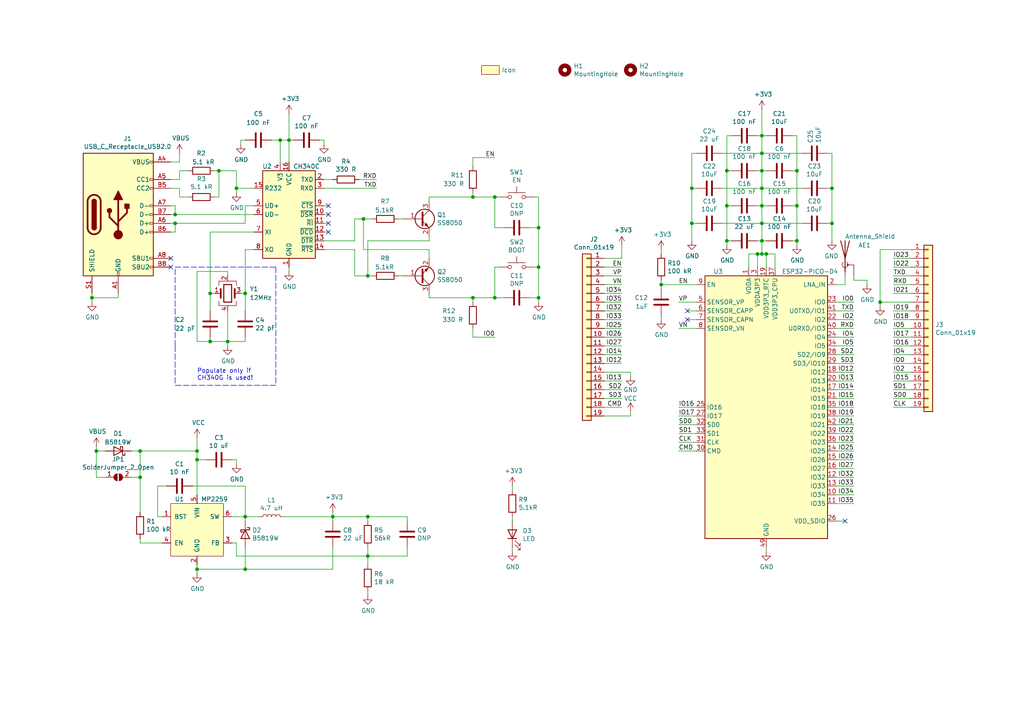
<source format=kicad_sch>
(kicad_sch (version 20211123) (generator eeschema)
  (paper "A4")
  (title_block (title "ESP32 DevKit Type C") (date "2022-03-13") (rev "F"))
  (junction (at 60.96 99.06))
  (junction (at 137.16 57.15))
  (junction (at 57.15 130.81))
  (junction (at 71.12 149.86))
  (junction (at 200.66 64.77))
  (junction (at 57.15 165.1))
  (junction (at 220.98 44.45))
  (junction (at 191.77 82.55))
  (junction (at 220.98 54.61))
  (junction (at 66.04 99.06))
  (junction (at 220.98 69.85))
  (junction (at 156.21 86.36))
  (junction (at 210.82 69.85))
  (junction (at 50.8 64.77))
  (junction (at 106.68 80.01))
  (junction (at 106.68 149.86))
  (junction (at 231.14 49.53))
  (junction (at 27.94 130.81))
  (junction (at 210.82 49.53))
  (junction (at 200.66 54.61))
  (junction (at 81.28 40.64))
  (junction (at 222.25 73.66))
  (junction (at 106.68 161.29))
  (junction (at 156.21 66.04))
  (junction (at 241.3 54.61))
  (junction (at 241.3 64.77))
  (junction (at 137.16 86.36))
  (junction (at 219.71 73.66))
  (junction (at 156.21 77.47))
  (junction (at 220.98 64.77))
  (junction (at 50.8 62.23))
  (junction (at 105.41 63.5))
  (junction (at 220.98 39.37))
  (junction (at 96.52 149.86))
  (junction (at 231.14 59.69))
  (junction (at 210.82 59.69))
  (junction (at 71.12 85.09))
  (junction (at 220.98 49.53))
  (junction (at 255.27 87.63))
  (junction (at 220.98 59.69))
  (junction (at 57.15 133.35))
  (junction (at 143.51 57.15))
  (junction (at 220.98 73.66))
  (junction (at 60.96 85.09))
  (junction (at 40.64 130.81))
  (junction (at 68.58 54.61))
  (junction (at 26.67 86.36))
  (junction (at 143.51 86.36))
  (junction (at 83.82 40.64))
  (junction (at 63.5 49.53))
  (junction (at 231.14 69.85))
  (junction (at 71.12 165.1))
  (junction (at 40.64 138.43))
  (no_connect (at 49.53 77.47))
  (no_connect (at 49.53 74.93))
  (no_connect (at 95.25 59.69))
  (no_connect (at 245.11 151.13))
  (no_connect (at 95.25 64.77))
  (no_connect (at 95.25 67.31))
  (no_connect (at 95.25 62.23))
  (no_connect (at 199.39 92.71))
  (no_connect (at 199.39 90.17))
  (wire (pts (xy 96.52 165.1) (xy 96.52 158.75)))
  (wire (pts (xy 93.98 54.61) (xy 109.22 54.61)))
  (wire (pts (xy 156.21 57.15) (xy 156.21 66.04)))
  (wire (pts (xy 242.57 140.97) (xy 247.65 140.97)))
  (wire (pts (xy 251.46 81.28) (xy 247.65 81.28)))
  (wire (pts (xy 137.16 97.79) (xy 143.51 97.79)))
  (wire (pts (xy 264.16 85.09) (xy 259.08 85.09)))
  (wire (pts (xy 106.68 149.86) (xy 106.68 151.13)))
  (wire (pts (xy 57.15 78.74) (xy 57.15 99.06)))
  (wire (pts (xy 264.16 110.49) (xy 259.08 110.49)))
  (wire (pts (xy 264.16 97.79) (xy 259.08 97.79)))
  (wire (pts (xy 200.66 64.77) (xy 200.66 54.61)))
  (wire (pts (xy 156.21 77.47) (xy 156.21 86.36)))
  (wire (pts (xy 73.66 54.61) (xy 68.58 54.61)))
  (wire (pts (xy 71.12 165.1) (xy 96.52 165.1)))
  (wire (pts (xy 180.34 90.17) (xy 175.26 90.17)))
  (wire (pts (xy 57.15 130.81) (xy 57.15 133.35)))
  (wire (pts (xy 106.68 172.72) (xy 106.68 171.45)))
  (wire (pts (xy 180.34 105.41) (xy 175.26 105.41)))
  (wire (pts (xy 180.34 97.79) (xy 175.26 97.79)))
  (wire (pts (xy 27.94 129.54) (xy 27.94 130.81)))
  (wire (pts (xy 106.68 161.29) (xy 106.68 158.75)))
  (wire (pts (xy 220.98 44.45) (xy 232.41 44.45)))
  (wire (pts (xy 242.57 113.03) (xy 247.65 113.03)))
  (wire (pts (xy 57.15 133.35) (xy 57.15 143.51)))
  (wire (pts (xy 66.04 99.06) (xy 71.12 99.06)))
  (wire (pts (xy 40.64 138.43) (xy 40.64 130.81)))
  (wire (pts (xy 247.65 81.28) (xy 247.65 80.01)))
  (wire (pts (xy 217.17 73.66) (xy 219.71 73.66)))
  (wire (pts (xy 264.16 82.55) (xy 259.08 82.55)))
  (wire (pts (xy 182.88 119.38) (xy 182.88 120.65)))
  (wire (pts (xy 71.12 140.97) (xy 71.12 149.86)))
  (wire (pts (xy 242.57 133.35) (xy 247.65 133.35)))
  (wire (pts (xy 175.26 82.55) (xy 180.34 82.55)))
  (wire (pts (xy 241.3 54.61) (xy 241.3 44.45)))
  (wire (pts (xy 124.46 86.36) (xy 137.16 86.36)))
  (wire (pts (xy 83.82 78.74) (xy 83.82 77.47)))
  (wire (pts (xy 231.14 49.53) (xy 229.87 49.53)))
  (wire (pts (xy 196.85 87.63) (xy 201.93 87.63)))
  (wire (pts (xy 71.12 165.1) (xy 71.12 158.75)))
  (wire (pts (xy 40.64 130.81) (xy 57.15 130.81)))
  (wire (pts (xy 71.12 72.39) (xy 71.12 85.09)))
  (wire (pts (xy 49.53 64.77) (xy 50.8 64.77)))
  (wire (pts (xy 106.68 69.85) (xy 106.68 80.01)))
  (wire (pts (xy 116.84 63.5) (xy 115.57 63.5)))
  (wire (pts (xy 45.72 140.97) (xy 45.72 149.86)))
  (wire (pts (xy 241.3 64.77) (xy 241.3 54.61)))
  (wire (pts (xy 264.16 92.71) (xy 259.08 92.71)))
  (wire (pts (xy 242.57 102.87) (xy 247.65 102.87)))
  (wire (pts (xy 219.71 39.37) (xy 220.98 39.37)))
  (wire (pts (xy 60.96 85.09) (xy 62.23 85.09)))
  (wire (pts (xy 67.31 157.48) (xy 68.58 157.48)))
  (wire (pts (xy 222.25 77.47) (xy 222.25 73.66)))
  (wire (pts (xy 69.85 40.64) (xy 69.85 41.91)))
  (wire (pts (xy 231.14 69.85) (xy 231.14 71.12)))
  (wire (pts (xy 231.14 39.37) (xy 229.87 39.37)))
  (wire (pts (xy 264.16 107.95) (xy 259.08 107.95)))
  (wire (pts (xy 180.34 113.03) (xy 175.26 113.03)))
  (wire (pts (xy 264.16 72.39) (xy 255.27 72.39)))
  (wire (pts (xy 52.07 46.99) (xy 49.53 46.99)))
  (wire (pts (xy 242.57 123.19) (xy 247.65 123.19)))
  (wire (pts (xy 212.09 59.69) (xy 210.82 59.69)))
  (wire (pts (xy 71.12 99.06) (xy 71.12 97.79)))
  (wire (pts (xy 242.57 128.27) (xy 247.65 128.27)))
  (wire (pts (xy 124.46 85.09) (xy 124.46 86.36)))
  (wire (pts (xy 231.14 39.37) (xy 231.14 49.53)))
  (wire (pts (xy 180.34 100.33) (xy 175.26 100.33)))
  (wire (pts (xy 115.57 80.01) (xy 116.84 80.01)))
  (wire (pts (xy 57.15 165.1) (xy 57.15 163.83)))
  (wire (pts (xy 242.57 92.71) (xy 247.65 92.71)))
  (wire (pts (xy 220.98 64.77) (xy 209.55 64.77)))
  (wire (pts (xy 212.09 39.37) (xy 210.82 39.37)))
  (wire (pts (xy 219.71 77.47) (xy 219.71 73.66)))
  (wire (pts (xy 242.57 110.49) (xy 247.65 110.49)))
  (wire (pts (xy 220.98 59.69) (xy 222.25 59.69)))
  (wire (pts (xy 242.57 115.57) (xy 247.65 115.57)))
  (wire (pts (xy 180.34 95.25) (xy 175.26 95.25)))
  (wire (pts (xy 148.59 160.02) (xy 148.59 158.75)))
  (wire (pts (xy 220.98 73.66) (xy 222.25 73.66)))
  (wire (pts (xy 212.09 49.53) (xy 210.82 49.53)))
  (wire (pts (xy 220.98 54.61) (xy 209.55 54.61)))
  (wire (pts (xy 96.52 149.86) (xy 106.68 149.86)))
  (wire (pts (xy 210.82 59.69) (xy 210.82 69.85)))
  (wire (pts (xy 102.87 72.39) (xy 102.87 80.01)))
  (wire (pts (xy 144.78 57.15) (xy 143.51 57.15)))
  (wire (pts (xy 175.26 77.47) (xy 180.34 77.47)))
  (wire (pts (xy 45.72 149.86) (xy 46.99 149.86)))
  (wire (pts (xy 66.04 80.01) (xy 66.04 78.74)))
  (polyline (pts (xy 80.01 77.47) (xy 80.01 111.76)))
  (wire (pts (xy 200.66 54.61) (xy 200.66 44.45)))
  (wire (pts (xy 200.66 69.85) (xy 200.66 64.77)))
  (wire (pts (xy 264.16 87.63) (xy 255.27 87.63)))
  (wire (pts (xy 71.12 40.64) (xy 69.85 40.64)))
  (wire (pts (xy 210.82 71.12) (xy 210.82 69.85)))
  (wire (pts (xy 96.52 148.59) (xy 96.52 149.86)))
  (wire (pts (xy 57.15 165.1) (xy 71.12 165.1)))
  (polyline (pts (xy 50.8 77.47) (xy 80.01 77.47)))
  (wire (pts (xy 259.08 74.93) (xy 264.16 74.93)))
  (wire (pts (xy 49.53 59.69) (xy 50.8 59.69)))
  (wire (pts (xy 264.16 80.01) (xy 259.08 80.01)))
  (wire (pts (xy 217.17 77.47) (xy 217.17 73.66)))
  (wire (pts (xy 50.8 64.77) (xy 50.8 67.31)))
  (wire (pts (xy 220.98 44.45) (xy 209.55 44.45)))
  (wire (pts (xy 196.85 118.11) (xy 201.93 118.11)))
  (wire (pts (xy 240.03 54.61) (xy 241.3 54.61)))
  (wire (pts (xy 50.8 59.69) (xy 50.8 62.23)))
  (wire (pts (xy 57.15 127) (xy 57.15 130.81)))
  (wire (pts (xy 52.07 52.07) (xy 52.07 49.53)))
  (wire (pts (xy 49.53 54.61) (xy 52.07 54.61)))
  (wire (pts (xy 247.65 90.17) (xy 242.57 90.17)))
  (wire (pts (xy 180.34 85.09) (xy 175.26 85.09)))
  (wire (pts (xy 102.87 63.5) (xy 105.41 63.5)))
  (wire (pts (xy 241.3 44.45) (xy 240.03 44.45)))
  (wire (pts (xy 191.77 92.71) (xy 191.77 91.44)))
  (wire (pts (xy 82.55 149.86) (xy 96.52 149.86)))
  (wire (pts (xy 118.11 161.29) (xy 118.11 158.75)))
  (wire (pts (xy 200.66 44.45) (xy 201.93 44.45)))
  (wire (pts (xy 180.34 110.49) (xy 175.26 110.49)))
  (wire (pts (xy 175.26 107.95) (xy 182.88 107.95)))
  (wire (pts (xy 242.57 125.73) (xy 247.65 125.73)))
  (wire (pts (xy 182.88 109.22) (xy 182.88 107.95)))
  (wire (pts (xy 242.57 143.51) (xy 247.65 143.51)))
  (wire (pts (xy 219.71 49.53) (xy 220.98 49.53)))
  (wire (pts (xy 210.82 49.53) (xy 210.82 59.69)))
  (wire (pts (xy 52.07 57.15) (xy 54.61 57.15)))
  (wire (pts (xy 102.87 63.5) (xy 102.87 69.85)))
  (wire (pts (xy 264.16 105.41) (xy 259.08 105.41)))
  (wire (pts (xy 68.58 54.61) (xy 68.58 49.53)))
  (wire (pts (xy 137.16 57.15) (xy 143.51 57.15)))
  (wire (pts (xy 124.46 58.42) (xy 124.46 57.15)))
  (wire (pts (xy 67.31 149.86) (xy 71.12 149.86)))
  (wire (pts (xy 191.77 82.55) (xy 191.77 83.82)))
  (wire (pts (xy 62.23 57.15) (xy 63.5 57.15)))
  (wire (pts (xy 264.16 113.03) (xy 259.08 113.03)))
  (wire (pts (xy 156.21 77.47) (xy 156.21 66.04)))
  (wire (pts (xy 71.12 149.86) (xy 74.93 149.86)))
  (wire (pts (xy 242.57 138.43) (xy 247.65 138.43)))
  (wire (pts (xy 68.58 161.29) (xy 106.68 161.29)))
  (wire (pts (xy 148.59 151.13) (xy 148.59 149.86)))
  (wire (pts (xy 210.82 69.85) (xy 212.09 69.85)))
  (wire (pts (xy 245.11 82.55) (xy 245.11 80.01)))
  (wire (pts (xy 242.57 107.95) (xy 247.65 107.95)))
  (wire (pts (xy 242.57 120.65) (xy 247.65 120.65)))
  (wire (pts (xy 153.67 66.04) (xy 156.21 66.04)))
  (wire (pts (xy 102.87 69.85) (xy 93.98 69.85)))
  (wire (pts (xy 106.68 163.83) (xy 106.68 161.29)))
  (wire (pts (xy 73.66 72.39) (xy 71.12 72.39)))
  (wire (pts (xy 259.08 77.47) (xy 264.16 77.47)))
  (wire (pts (xy 63.5 57.15) (xy 63.5 49.53)))
  (wire (pts (xy 46.99 157.48) (xy 40.64 157.48)))
  (wire (pts (xy 93.98 40.64) (xy 92.71 40.64)))
  (wire (pts (xy 71.12 85.09) (xy 69.85 85.09)))
  (wire (pts (xy 105.41 63.5) (xy 107.95 63.5)))
  (wire (pts (xy 220.98 44.45) (xy 220.98 39.37)))
  (wire (pts (xy 93.98 52.07) (xy 96.52 52.07)))
  (wire (pts (xy 146.05 86.36) (xy 143.51 86.36)))
  (wire (pts (xy 143.51 66.04) (xy 146.05 66.04)))
  (wire (pts (xy 264.16 100.33) (xy 259.08 100.33)))
  (wire (pts (xy 220.98 49.53) (xy 220.98 54.61)))
  (wire (pts (xy 255.27 87.63) (xy 255.27 88.9)))
  (wire (pts (xy 242.57 82.55) (xy 245.11 82.55)))
  (wire (pts (xy 137.16 87.63) (xy 137.16 86.36)))
  (wire (pts (xy 124.46 72.39) (xy 124.46 74.93)))
  (wire (pts (xy 148.59 140.97) (xy 148.59 142.24)))
  (wire (pts (xy 59.69 133.35) (xy 57.15 133.35)))
  (wire (pts (xy 220.98 64.77) (xy 220.98 69.85)))
  (wire (pts (xy 196.85 125.73) (xy 201.93 125.73)))
  (wire (pts (xy 68.58 134.62) (xy 68.58 133.35)))
  (wire (pts (xy 231.14 69.85) (xy 231.14 59.69)))
  (wire (pts (xy 30.48 130.81) (xy 27.94 130.81)))
  (wire (pts (xy 180.34 87.63) (xy 175.26 87.63)))
  (wire (pts (xy 26.67 87.63) (xy 26.67 86.36)))
  (wire (pts (xy 81.28 40.64) (xy 83.82 40.64)))
  (wire (pts (xy 191.77 82.55) (xy 201.93 82.55)))
  (wire (pts (xy 66.04 90.17) (xy 66.04 99.06)))
  (wire (pts (xy 107.95 80.01) (xy 106.68 80.01)))
  (wire (pts (xy 57.15 166.37) (xy 57.15 165.1)))
  (wire (pts (xy 63.5 49.53) (xy 68.58 49.53)))
  (wire (pts (xy 264.16 90.17) (xy 259.08 90.17)))
  (wire (pts (xy 68.58 55.88) (xy 68.58 54.61)))
  (wire (pts (xy 106.68 149.86) (xy 118.11 149.86)))
  (wire (pts (xy 60.96 67.31) (xy 60.96 85.09)))
  (wire (pts (xy 52.07 49.53) (xy 54.61 49.53)))
  (wire (pts (xy 220.98 31.75) (xy 220.98 39.37)))
  (polyline (pts (xy 50.8 100.33) (xy 50.8 77.47)))
  (wire (pts (xy 57.15 99.06) (xy 60.96 99.06)))
  (wire (pts (xy 27.94 138.43) (xy 30.48 138.43)))
  (wire (pts (xy 175.26 80.01) (xy 180.34 80.01)))
  (wire (pts (xy 93.98 64.77) (xy 95.25 64.77)))
  (wire (pts (xy 220.98 54.61) (xy 232.41 54.61)))
  (wire (pts (xy 196.85 123.19) (xy 201.93 123.19)))
  (wire (pts (xy 242.57 135.89) (xy 247.65 135.89)))
  (wire (pts (xy 222.25 73.66) (xy 224.79 73.66)))
  (wire (pts (xy 71.12 59.69) (xy 71.12 64.77)))
  (wire (pts (xy 73.66 62.23) (xy 50.8 62.23)))
  (wire (pts (xy 40.64 157.48) (xy 40.64 156.21)))
  (wire (pts (xy 137.16 45.72) (xy 143.51 45.72)))
  (wire (pts (xy 96.52 151.13) (xy 96.52 149.86)))
  (wire (pts (xy 222.25 49.53) (xy 220.98 49.53)))
  (wire (pts (xy 201.93 54.61) (xy 200.66 54.61)))
  (wire (pts (xy 93.98 62.23) (xy 95.25 62.23)))
  (wire (pts (xy 264.16 102.87) (xy 259.08 102.87)))
  (wire (pts (xy 93.98 72.39) (xy 102.87 72.39)))
  (wire (pts (xy 71.12 64.77) (xy 50.8 64.77)))
  (wire (pts (xy 154.94 57.15) (xy 156.21 57.15)))
  (wire (pts (xy 50.8 67.31) (xy 49.53 67.31)))
  (wire (pts (xy 83.82 40.64) (xy 85.09 40.64)))
  (wire (pts (xy 191.77 81.28) (xy 191.77 82.55)))
  (wire (pts (xy 242.57 130.81) (xy 247.65 130.81)))
  (wire (pts (xy 81.28 40.64) (xy 81.28 46.99)))
  (wire (pts (xy 180.34 102.87) (xy 175.26 102.87)))
  (wire (pts (xy 27.94 130.81) (xy 27.94 138.43)))
  (wire (pts (xy 175.26 120.65) (xy 182.88 120.65)))
  (wire (pts (xy 118.11 149.86) (xy 118.11 151.13)))
  (wire (pts (xy 220.98 64.77) (xy 232.41 64.77)))
  (wire (pts (xy 48.26 140.97) (xy 45.72 140.97)))
  (wire (pts (xy 40.64 148.59) (xy 40.64 138.43)))
  (wire (pts (xy 196.85 130.81) (xy 201.93 130.81)))
  (wire (pts (xy 26.67 86.36) (xy 34.29 86.36)))
  (wire (pts (xy 199.39 90.17) (xy 201.93 90.17)))
  (wire (pts (xy 137.16 57.15) (xy 137.16 55.88)))
  (wire (pts (xy 137.16 86.36) (xy 143.51 86.36)))
  (polyline (pts (xy 80.01 111.76) (xy 50.8 111.76)))
  (wire (pts (xy 220.98 59.69) (xy 220.98 64.77)))
  (wire (pts (xy 210.82 39.37) (xy 210.82 49.53)))
  (wire (pts (xy 242.57 105.41) (xy 247.65 105.41)))
  (wire (pts (xy 60.96 99.06) (xy 66.04 99.06)))
  (wire (pts (xy 124.46 69.85) (xy 106.68 69.85)))
  (wire (pts (xy 60.96 97.79) (xy 60.96 99.06)))
  (wire (pts (xy 124.46 57.15) (xy 137.16 57.15)))
  (wire (pts (xy 26.67 86.36) (xy 26.67 85.09)))
  (wire (pts (xy 220.98 54.61) (xy 220.98 59.69)))
  (wire (pts (xy 66.04 100.33) (xy 66.04 99.06)))
  (wire (pts (xy 180.34 71.12) (xy 180.34 74.93)))
  (wire (pts (xy 245.11 151.13) (xy 242.57 151.13)))
  (wire (pts (xy 222.25 39.37) (xy 220.98 39.37)))
  (wire (pts (xy 55.88 140.97) (xy 71.12 140.97)))
  (wire (pts (xy 220.98 49.53) (xy 220.98 44.45)))
  (wire (pts (xy 199.39 92.71) (xy 201.93 92.71)))
  (wire (pts (xy 242.57 87.63) (xy 247.65 87.63)))
  (wire (pts (xy 105.41 63.5) (xy 105.41 72.39)))
  (wire (pts (xy 105.41 72.39) (xy 124.46 72.39)))
  (wire (pts (xy 73.66 59.69) (xy 71.12 59.69)))
  (wire (pts (xy 60.96 90.17) (xy 60.96 85.09)))
  (wire (pts (xy 231.14 49.53) (xy 231.14 59.69)))
  (wire (pts (xy 66.04 78.74) (xy 57.15 78.74)))
  (wire (pts (xy 50.8 62.23) (xy 49.53 62.23)))
  (wire (pts (xy 156.21 87.63) (xy 156.21 86.36)))
  (wire (pts (xy 191.77 72.39) (xy 191.77 73.66)))
  (wire (pts (xy 143.51 57.15) (xy 143.51 66.04)))
  (wire (pts (xy 180.34 118.11) (xy 175.26 118.11)))
  (wire (pts (xy 242.57 146.05) (xy 247.65 146.05)))
  (wire (pts (xy 106.68 80.01) (xy 102.87 80.01)))
  (wire (pts (xy 52.07 44.45) (xy 52.07 46.99)))
  (wire (pts (xy 71.12 90.17) (xy 71.12 85.09)))
  (wire (pts (xy 220.98 59.69) (xy 219.71 59.69)))
  (wire (pts (xy 52.07 54.61) (xy 52.07 57.15)))
  (wire (pts (xy 220.98 73.66) (xy 220.98 69.85)))
  (wire (pts (xy 255.27 72.39) (xy 255.27 87.63)))
  (wire (pts (xy 196.85 128.27) (xy 201.93 128.27)))
  (wire (pts (xy 264.16 95.25) (xy 259.08 95.25)))
  (wire (pts (xy 73.66 67.31) (xy 60.96 67.31)))
  (wire (pts (xy 180.34 74.93) (xy 175.26 74.93)))
  (wire (pts (xy 264.16 118.11) (xy 259.08 118.11)))
  (wire (pts (xy 180.34 115.57) (xy 175.26 115.57)))
  (wire (pts (xy 219.71 73.66) (xy 220.98 73.66)))
  (wire (pts (xy 124.46 68.58) (xy 124.46 69.85)))
  (wire (pts (xy 180.34 92.71) (xy 175.26 92.71)))
  (wire (pts (xy 78.74 40.64) (xy 81.28 40.64)))
  (wire (pts (xy 251.46 82.55) (xy 251.46 81.28)))
  (wire (pts (xy 247.65 95.25) (xy 242.57 95.25)))
  (wire (pts (xy 137.16 48.26) (xy 137.16 45.72)))
  (wire (pts (xy 196.85 95.25) (xy 201.93 95.25)))
  (wire (pts (xy 68.58 133.35) (xy 67.31 133.35)))
  (wire (pts (xy 95.25 59.69) (xy 93.98 59.69)))
  (wire (pts (xy 49.53 52.07) (xy 52.07 52.07)))
  (wire (pts (xy 241.3 64.77) (xy 240.03 64.77)))
  (wire (pts (xy 93.98 41.91) (xy 93.98 40.64)))
  (wire (pts (xy 154.94 77.47) (xy 156.21 77.47)))
  (wire (pts (xy 137.16 95.25) (xy 137.16 97.79)))
  (wire (pts (xy 106.68 161.29) (xy 118.11 161.29)))
  (wire (pts (xy 242.57 97.79) (xy 247.65 97.79)))
  (wire (pts (xy 241.3 69.85) (xy 241.3 64.77)))
  (polyline (pts (xy 50.8 100.33) (xy 50.8 111.76)))
  (wire (pts (xy 143.51 77.47) (xy 144.78 77.47)))
  (wire (pts (xy 63.5 49.53) (xy 62.23 49.53)))
  (wire (pts (xy 231.14 59.69) (xy 229.87 59.69)))
  (wire (pts (xy 229.87 69.85) (xy 231.14 69.85)))
  (wire (pts (xy 104.14 52.07) (xy 109.22 52.07)))
  (wire (pts (xy 34.29 86.36) (xy 34.29 85.09)))
  (wire (pts (xy 38.1 130.81) (xy 40.64 130.81)))
  (wire (pts (xy 93.98 67.31) (xy 95.25 67.31)))
  (wire (pts (xy 83.82 40.64) (xy 83.82 33.02)))
  (wire (pts (xy 264.16 115.57) (xy 259.08 115.57)))
  (wire (pts (xy 143.51 86.36) (xy 143.51 77.47)))
  (wire (pts (xy 156.21 86.36) (xy 153.67 86.36)))
  (wire (pts (xy 38.1 138.43) (xy 40.64 138.43)))
  (wire (pts (xy 222.25 160.02) (xy 222.25 158.75)))
  (wire (pts (xy 71.12 151.13) (xy 71.12 149.86)))
  (wire (pts (xy 242.57 118.11) (xy 247.65 118.11)))
  (wire (pts (xy 219.71 69.85) (xy 220.98 69.85)))
  (wire (pts (xy 200.66 64.77) (xy 201.93 64.77)))
  (wire (pts (xy 224.79 73.66) (xy 224.79 77.47)))
  (wire (pts (xy 83.82 46.99) (xy 83.82 40.64)))
  (wire (pts (xy 220.98 69.85) (xy 222.25 69.85)))
  (wire (pts (xy 242.57 100.33) (xy 247.65 100.33)))
  (wire (pts (xy 68.58 157.48) (xy 68.58 161.29)))
  (wire (pts (xy 196.85 120.65) (xy 201.93 120.65)))
  (text "Populate only if\nCH340G is used!" (at 57.15 110.49 0) (effects (font (size 1.27 1.27)) (justify left bottom)))
  (label "IO34" (at 180.34 85.09 180))
  (label "VP" (at 180.34 80.01 180))
  (label "IO12" (at 180.34 105.41 180))
  (label "IO2" (at 247.65 92.71 180))
  (label "IO33" (at 247.65 140.97 180))
  (label "IO14" (at 247.65 113.03 180))
  (label "SD3" (at 247.65 105.41 180))
  (label "IO27" (at 247.65 135.89 180))
  (label "IO13" (at 247.65 110.49 180))
  (label "EN" (at 143.51 45.72 180))
  (label "IO5" (at 259.08 95.25 0))
  (label "IO19" (at 247.65 120.65 180))
  (label "IO32" (at 180.34 90.17 180))
  (label "EN" (at 196.85 82.55 0))
  (label "EN" (at 180.34 77.47 180))
  (label "IO16" (at 196.85 118.11 0))
  (label "IO17" (at 196.85 120.65 0))
  (label "IO22" (at 247.65 125.73 180))
  (label "IO19" (at 259.08 90.17 0))
  (label "VP" (at 196.85 87.63 0))
  (label "SD1" (at 259.08 113.03 0))
  (label "SD1" (at 196.85 125.73 0))
  (label "IO5" (at 247.65 100.33 180))
  (label "IO26" (at 180.34 97.79 180))
  (label "IO33" (at 180.34 92.71 180))
  (label "SD2" (at 247.65 102.87 180))
  (label "CMD" (at 196.85 130.81 0))
  (label "TXD" (at 109.22 54.61 180))
  (label "IO35" (at 180.34 87.63 180))
  (label "TXD" (at 247.65 90.17 180))
  (label "IO32" (at 247.65 138.43 180))
  (label "IO13" (at 180.34 110.49 180))
  (label "RXD" (at 109.22 52.07 180))
  (label "IO35" (at 247.65 146.05 180))
  (label "CLK" (at 259.08 118.11 0))
  (label "IO23" (at 259.08 74.93 0))
  (label "CLK" (at 196.85 128.27 0))
  (label "IO4" (at 247.65 97.79 180))
  (label "VN" (at 196.85 95.25 0))
  (label "CMD" (at 180.34 118.11 180))
  (label "SD0" (at 259.08 115.57 0))
  (label "IO17" (at 259.08 97.79 0))
  (label "IO0" (at 143.51 97.79 180))
  (label "IO18" (at 259.08 92.71 0))
  (label "IO0" (at 259.08 105.41 0))
  (label "IO15" (at 259.08 110.49 0))
  (label "VN" (at 180.34 82.55 180))
  (label "IO21" (at 259.08 85.09 0))
  (label "IO14" (at 180.34 102.87 180))
  (label "IO15" (at 247.65 115.57 180))
  (label "IO22" (at 259.08 77.47 0))
  (label "IO25" (at 247.65 130.81 180))
  (label "SD2" (at 180.34 113.03 180))
  (label "IO25" (at 180.34 95.25 180))
  (label "IO4" (at 259.08 102.87 0))
  (label "IO0" (at 247.65 87.63 180))
  (label "IO26" (at 247.65 133.35 180))
  (label "TXD" (at 259.08 80.01 0))
  (label "IO34" (at 247.65 143.51 180))
  (label "IO12" (at 247.65 107.95 180))
  (label "IO16" (at 259.08 100.33 0))
  (label "SD0" (at 196.85 123.19 0))
  (label "SD3" (at 180.34 115.57 180))
  (label "RXD" (at 247.65 95.25 180))
  (label "IO2" (at 259.08 107.95 0))
  (label "IO27" (at 180.34 100.33 180))
  (label "IO21" (at 247.65 123.19 180))
  (label "IO18" (at 247.65 118.11 180))
  (label "RXD" (at 259.08 82.55 0))
  (label "IO23" (at 247.65 128.27 180))
  (symbol (lib_id "RF_Module:ESP32-PICO-D4") (at 222.25 118.11 0) (unit 1)
    (property "Reference" "U3" (at 208.28 78.74 0))
    (property "Value" "ESP32-PICO-D4" (at 234.95 78.74 0))
    (property "Footprint" "Package_ESP32:ESP32-Pico-D4" (effects hide))
    (property "Datasheet" "https://www.espressif.com/sites/default/files/documentation/esp32-pico-d4_datasheet_en.pdf" (effects hide))
    (property "LCSC" "C193707" (effects hide))
  )
  (symbol (lib_id "Power_Management_Monolithic:MP2451") (at 57.15 153.67 0) (unit 1)
    (property "Reference" "U1" (at 52.07 144.78 0))
    (property "Value" "MP2259" (at 62.23 144.78 0))
    (property "Footprint" "Package_TO_SOT_SMD:SOT-23-6" (effects hide))
    (property "Datasheet" "https://www.monolithicpower.com/en/documentview/productdocument/index/version/2/document_type/Datasheet/lang/en/sku/MP2259/document_id/214/" (effects hide))
    (property "LCSC" "C82266" (effects hide))
  )
  (symbol (lib_id "Interface_USB:CH340G") (at 83.82 62.23 0) (unit 1)
    (property "Reference" "U2" (at 77.47 48.26 0))
    (property "Value" "CH340C" (at 88.9 48.26 0))
    (property "Footprint" "Package_SO:SOIC-16_3.9x9.9mm_P1.27mm" (effects hide))
    (property "LCSC" "C84681" (effects hide))
  )
  (symbol (lib_id "Device:Crystal_GND24") (at 66.04 85.09 0) (unit 1)
    (property "Reference" "Y1" (at 72.39 83.82 0) (effects (justify left)))
    (property "Value" "12MHz" (at 72.39 86.36 0) (effects (justify left)))
    (property "Footprint" "Crystal:Crystal_SMD_3225-4Pin_3.2x2.5mm" (effects hide))
    (property "LCSC" "C9002" (effects hide))
  )
  (symbol (lib_id "Connector:USB_C_Receptacle_USB2.0") (at 34.29 62.23 0) (unit 1)
    (property "Reference" "J1" (at 37.0078 40.2082 0))
    (property "Value" "USB_C_Receptacle_USB2.0" (at 37.0078 42.5196 0))
    (property "Footprint" "Connector_USB:USB_C_Receptacle_HRO_TYPE-C-31-M-12" (effects hide))
    (property "Datasheet" "https://www.usb.org/sites/default/files/documents/usb_type-c.zip" (effects hide))
    (property "LCSC" "C165948" (effects hide))
  )
  (symbol (lib_id "Device:C") (at 74.93 40.64 90) (unit 1)
    (property "Reference" "C5" (at 74.93 33.02 90))
    (property "Value" "100 nF" (at 74.93 35.56 90))
    (property "Footprint" "Capacitor_SMD:C_0402_1005Metric" (effects hide))
    (property "LCSC" "C1525" (effects hide))
  )
  (symbol (lib_id "Device:C") (at 60.96 93.98 0) (unit 1)
    (property "Reference" "C2" (at 50.8 92.71 0) (effects (justify left)))
    (property "Value" "22 pF" (at 50.8 95.25 0) (effects (justify left)))
    (property "Footprint" "Capacitor_SMD:C_0402_1005Metric" (effects hide))
    (property "LCSC" "C1555" (effects hide))
  )
  (symbol (lib_id "Device:C") (at 71.12 93.98 0) (unit 1)
    (property "Reference" "C4" (at 74.041 92.8116 0) (effects (justify left)))
    (property "Value" "22 pF" (at 74.041 95.123 0) (effects (justify left)))
    (property "Footprint" "Capacitor_SMD:C_0402_1005Metric" (effects hide))
    (property "LCSC" "C1555" (effects hide))
  )
  (symbol (lib_id "power:GND") (at 66.04 100.33 0) (unit 1)
    (property "Reference" "#PWR0101" (effects hide))
    (property "Value" "GND" (at 66.167 104.7242 0))
  )
  (symbol (lib_id "Device:R") (at 58.42 57.15 270) (unit 1)
    (property "Reference" "R3" (at 58.42 51.8922 90))
    (property "Value" "5.1 kR" (at 58.42 54.2036 90))
    (property "Footprint" "Resistor_SMD:R_0402_1005Metric" (effects hide))
    (property "LCSC" " C25905" (effects hide))
  )
  (symbol (lib_id "Device:R") (at 58.42 49.53 90) (unit 1)
    (property "Reference" "R2" (at 59.69 44.45 90) (effects (justify left)))
    (property "Value" "5.1 kR" (at 62.23 46.99 90) (effects (justify left)))
    (property "Footprint" "Resistor_SMD:R_0402_1005Metric" (effects hide))
    (property "LCSC" " C25905" (effects hide))
  )
  (symbol (lib_id "power:GND") (at 26.67 87.63 0) (unit 1)
    (property "Reference" "#PWR0102" (effects hide))
    (property "Value" "GND" (at 26.797 92.0242 0))
  )
  (symbol (lib_id "power:VBUS") (at 52.07 44.45 0) (unit 1)
    (property "Reference" "#PWR0103" (effects hide))
    (property "Value" "VBUS" (at 52.451 40.0558 0))
  )
  (symbol (lib_id "power:GND") (at 68.58 55.88 0) (unit 1)
    (property "Reference" "#PWR0104" (effects hide))
    (property "Value" "GND" (at 68.707 60.2742 0))
  )
  (symbol (lib_id "Device:C") (at 88.9 40.64 270) (unit 1)
    (property "Reference" "C7" (at 88.9 34.2392 90))
    (property "Value" "100 nF" (at 88.9 36.5506 90))
    (property "Footprint" "Capacitor_SMD:C_0402_1005Metric" (effects hide))
    (property "LCSC" "C1525" (effects hide))
  )
  (symbol (lib_id "power:GND") (at 93.98 41.91 0) (unit 1)
    (property "Reference" "#PWR0105" (effects hide))
    (property "Value" "GND" (at 94.107 46.3042 0))
  )
  (symbol (lib_id "Device:D_Schottky") (at 71.12 154.94 270) (unit 1)
    (property "Reference" "D2" (at 73.1266 153.7716 90) (effects (justify left)))
    (property "Value" "B5819W" (at 73.1266 156.083 90) (effects (justify left)))
    (property "Footprint" "Diode_SMD:D_SOD-123" (effects hide))
    (property "LCSC" "C8598" (effects hide))
  )
  (symbol (lib_id "Device:L") (at 78.74 149.86 90) (unit 1)
    (property "Reference" "L1" (at 78.74 145.034 90))
    (property "Value" "4.7 uH" (at 78.74 147.3454 90))
    (property "Footprint" "Inductor_SMD:L_1210_3225Metric" (effects hide))
    (property "LCSC" "C90319" (effects hide))
  )
  (symbol (lib_id "Device:C") (at 96.52 154.94 0) (unit 1)
    (property "Reference" "C8" (at 99.441 153.7716 0) (effects (justify left)))
    (property "Value" "22 uF" (at 99.441 156.083 0) (effects (justify left)))
    (property "Footprint" "Capacitor_SMD:C_0603_1608Metric" (effects hide))
    (property "LCSC" "C59461" (effects hide))
  )
  (symbol (lib_id "Device:C") (at 63.5 133.35 270) (unit 1)
    (property "Reference" "C3" (at 63.5 126.9492 90))
    (property "Value" "10 uF" (at 63.5 129.2606 90))
    (property "Footprint" "Capacitor_SMD:C_0805_2012Metric" (effects hide))
    (property "LCSC" "C15850" (effects hide))
  )
  (symbol (lib_id "power:GND") (at 68.58 134.62 0) (unit 1)
    (property "Reference" "#PWR0107" (effects hide))
    (property "Value" "GND" (at 68.707 139.0142 0))
  )
  (symbol (lib_id "Device:D_Schottky") (at 34.29 130.81 180) (unit 1)
    (property "Reference" "D1" (at 35.56 125.73 0) (effects (justify left)))
    (property "Value" "B5819W" (at 38.1 128.27 0) (effects (justify left)))
    (property "Footprint" "Diode_SMD:D_SOD-123" (effects hide))
    (property "LCSC" "C8598" (effects hide))
  )
  (symbol (lib_id "power:VCC") (at 57.15 127 0) (unit 1)
    (property "Reference" "#PWR0108" (effects hide))
    (property "Value" "VCC" (at 57.5818 122.6058 0))
  )
  (symbol (lib_id "power:VBUS") (at 27.94 129.54 0) (unit 1)
    (property "Reference" "#PWR0109" (effects hide))
    (property "Value" "VBUS" (at 28.321 125.1458 0))
  )
  (symbol (lib_id "power:GND") (at 57.15 166.37 0) (unit 1)
    (property "Reference" "#PWR0110" (effects hide))
    (property "Value" "GND" (at 57.277 170.7642 0))
  )
  (symbol (lib_id "Device:R") (at 106.68 154.94 0) (unit 1)
    (property "Reference" "R5" (at 108.458 153.7716 0) (effects (justify left)))
    (property "Value" "56kR" (at 108.458 156.083 0) (effects (justify left)))
    (property "Footprint" "Resistor_SMD:R_0402_1005Metric" (effects hide))
    (property "LCSC" " C25796" (effects hide))
  )
  (symbol (lib_id "Device:R") (at 106.68 167.64 0) (unit 1)
    (property "Reference" "R6" (at 108.458 166.4716 0) (effects (justify left)))
    (property "Value" "18 kR" (at 108.458 168.783 0) (effects (justify left)))
    (property "Footprint" "Resistor_SMD:R_0402_1005Metric" (effects hide))
    (property "LCSC" " C25762" (effects hide))
  )
  (symbol (lib_id "Device:C") (at 118.11 154.94 0) (unit 1) (in_bom no)
    (property "Reference" "C9" (at 121.031 153.7716 0) (effects (justify left)))
    (property "Value" "DNP" (at 121.031 156.083 0) (effects (justify left)))
    (property "Footprint" "Capacitor_SMD:C_0402_1005Metric" (effects hide))
  )
  (symbol (lib_id "power:GND") (at 106.68 172.72 0) (unit 1)
    (property "Reference" "#PWR0111" (effects hide))
    (property "Value" "GND" (at 106.807 177.1142 0))
  )
  (symbol (lib_id "Device:C") (at 52.07 140.97 270) (unit 1)
    (property "Reference" "C1" (at 52.07 134.5692 90))
    (property "Value" "10 nF" (at 52.07 136.8806 90))
    (property "Footprint" "Capacitor_SMD:C_0402_1005Metric" (effects hide))
    (property "LCSC" "C15195" (effects hide))
  )
  (symbol (lib_id "Device:R") (at 40.64 152.4 0) (unit 1)
    (property "Reference" "R1" (at 42.418 151.2316 0) (effects (justify left)))
    (property "Value" "100 kR" (at 42.418 153.543 0) (effects (justify left)))
    (property "Footprint" "Resistor_SMD:R_0402_1005Metric" (effects hide))
    (property "LCSC" "C25741" (effects hide))
  )
  (symbol (lib_id "power:+3V3") (at 96.52 148.59 0) (unit 1)
    (property "Reference" "#PWR0112" (effects hide))
    (property "Value" "+3V3" (at 96.901 144.1958 0))
  )
  (symbol (lib_id "Device:C") (at 215.9 69.85 270) (unit 1)
    (property "Reference" "C13" (at 215.9 63.4492 90))
    (property "Value" "22 uF" (at 215.9 65.7606 90))
    (property "Footprint" "Capacitor_SMD:C_0603_1608Metric" (effects hide))
    (property "LCSC" "C59461" (effects hide))
  )
  (symbol (lib_id "Device:C") (at 226.06 69.85 270) (unit 1)
    (property "Reference" "C14" (at 226.06 63.4492 90))
    (property "Value" "100 nF" (at 226.06 65.7606 90))
    (property "Footprint" "Capacitor_SMD:C_0402_1005Metric" (effects hide))
    (property "LCSC" "C1525" (effects hide))
  )
  (symbol (lib_id "power:GND") (at 231.14 71.12 0) (unit 1)
    (property "Reference" "#PWR0113" (effects hide))
    (property "Value" "GND" (at 231.267 75.5142 0))
  )
  (symbol (lib_id "power:GND") (at 210.82 71.12 0) (unit 1)
    (property "Reference" "#PWR0114" (effects hide))
    (property "Value" "GND" (at 210.947 75.5142 0))
  )
  (symbol (lib_id "power:+3V3") (at 220.98 31.75 0) (unit 1)
    (property "Reference" "#PWR0115" (effects hide))
    (property "Value" "+3V3" (at 221.361 27.3558 0))
  )
  (symbol (lib_id "power:GND") (at 222.25 160.02 0) (unit 1)
    (property "Reference" "#PWR0116" (effects hide))
    (property "Value" "GND" (at 222.377 164.4142 0))
  )
  (symbol (lib_id "Device:R") (at 100.33 52.07 270) (unit 1)
    (property "Reference" "R4" (at 100.33 46.8122 90))
    (property "Value" "330 R" (at 100.33 49.1236 90))
    (property "Footprint" "Resistor_SMD:R_0402_1005Metric" (effects hide))
    (property "LCSC" "C25104" (effects hide))
  )
  (symbol (lib_id "Connector_Generic:Conn_01x19") (at 170.18 97.79 0) (mirror y) (unit 1)
    (property "Reference" "J2" (at 172.2628 69.4182 0))
    (property "Value" "Conn_01x19" (at 172.2628 71.7296 0))
    (property "Footprint" "Connector_PinHeader_2.54mm:PinHeader_1x19_P2.54mm_Vertical" (effects hide))
  )
  (symbol (lib_id "Switch:SW_Push") (at 149.86 57.15 0) (unit 1)
    (property "Reference" "SW1" (at 149.86 49.911 0))
    (property "Value" "EN" (at 149.86 52.2224 0))
    (property "Footprint" "Moucha_Primitives:SW_Push_1P1T_Vertical_3x4mm" (effects hide))
    (property "LCSC" "C589212" (effects hide))
  )
  (symbol (lib_id "Switch:SW_Push") (at 149.86 77.47 0) (unit 1)
    (property "Reference" "SW2" (at 149.86 70.231 0))
    (property "Value" "BOOT" (at 149.86 72.5424 0))
    (property "Footprint" "Moucha_Primitives:SW_Push_1P1T_Vertical_3x4mm" (effects hide))
    (property "LCSC" "C589212" (effects hide))
  )
  (symbol (lib_id "power:+3V3") (at 180.34 71.12 0) (unit 1)
    (property "Reference" "#PWR0117" (effects hide))
    (property "Value" "+3V3" (at 180.721 66.7258 0))
  )
  (symbol (lib_id "power:GND") (at 182.88 109.22 0) (unit 1)
    (property "Reference" "#PWR0118" (effects hide))
    (property "Value" "GND" (at 182.88 113.03 0))
  )
  (symbol (lib_id "power:VCC") (at 182.88 119.38 0) (unit 1)
    (property "Reference" "#PWR0119" (effects hide))
    (property "Value" "VCC" (at 182.88 115.57 0))
  )
  (symbol (lib_id "Connector_Generic:Conn_01x19") (at 269.24 95.25 0) (unit 1)
    (property "Reference" "J3" (at 271.272 94.1832 0) (effects (justify left)))
    (property "Value" "Conn_01x19" (at 271.272 96.4946 0) (effects (justify left)))
    (property "Footprint" "Connector_PinHeader_2.54mm:PinHeader_1x19_P2.54mm_Vertical" (effects hide))
  )
  (symbol (lib_id "Device:C") (at 226.06 59.69 270) (unit 1)
    (property "Reference" "C15" (at 226.06 53.2892 90))
    (property "Value" "100 nF" (at 226.06 55.6006 90))
    (property "Footprint" "Capacitor_SMD:C_0402_1005Metric" (effects hide))
    (property "LCSC" "C1525" (effects hide))
  )
  (symbol (lib_id "Device:R") (at 137.16 52.07 0) (unit 1)
    (property "Reference" "R11" (at 134.62 50.7999 0) (effects (justify right)))
    (property "Value" "330 R" (at 134.62 53.3399 0) (effects (justify right)))
    (property "Footprint" "Resistor_SMD:R_0402_1005Metric" (effects hide))
    (property "LCSC" "C25104" (effects hide))
  )
  (symbol (lib_id "Device:R") (at 137.16 91.44 0) (unit 1)
    (property "Reference" "R12" (at 128.27 90.17 0) (effects (justify left)))
    (property "Value" "330 R" (at 128.27 92.71 0) (effects (justify left)))
    (property "Footprint" "Resistor_SMD:R_0402_1005Metric" (effects hide))
    (property "LCSC" "C25104" (effects hide))
  )
  (symbol (lib_id "Device:C") (at 215.9 59.69 270) (unit 1)
    (property "Reference" "C16" (at 215.9 53.2892 90))
    (property "Value" "100 nF" (at 215.9 55.6006 90))
    (property "Footprint" "Capacitor_SMD:C_0402_1005Metric" (effects hide))
    (property "LCSC" "C1525" (effects hide))
  )
  (symbol (lib_id "power:GND") (at 255.27 88.9 0) (unit 1)
    (property "Reference" "#PWR0120" (effects hide))
    (property "Value" "GND" (at 255.397 93.2942 0))
  )
  (symbol (lib_id "Device:C") (at 226.06 49.53 270) (unit 1)
    (property "Reference" "C6" (at 226.06 43.1292 90))
    (property "Value" "100 nF" (at 226.06 45.4406 90))
    (property "Footprint" "Capacitor_SMD:C_0402_1005Metric" (effects hide))
    (property "LCSC" "C1525" (effects hide))
  )
  (symbol (lib_id "Device:C") (at 149.86 86.36 270) (unit 1) (in_bom no)
    (property "Reference" "C11" (at 149.86 79.9592 90))
    (property "Value" "DNP" (at 149.86 82.2706 90))
    (property "Footprint" "Capacitor_SMD:C_0402_1005Metric" (effects hide))
  )
  (symbol (lib_id "Device:C") (at 149.86 66.04 270) (unit 1) (in_bom no)
    (property "Reference" "C10" (at 149.86 59.6392 90))
    (property "Value" "DNP" (at 149.86 61.9506 90))
    (property "Footprint" "Capacitor_SMD:C_0402_1005Metric" (effects hide))
  )
  (symbol (lib_id "Device:C") (at 191.77 87.63 0) (unit 1)
    (property "Reference" "C12" (at 187.96 86.3599 0) (effects (justify right)))
    (property "Value" "1uF" (at 187.96 88.8999 0) (effects (justify right)))
    (property "Footprint" "Capacitor_SMD:C_0402_1005Metric" (effects hide))
    (property "LCSC" "C52923" (effects hide))
  )
  (symbol (lib_id "Device:R") (at 191.77 77.47 180) (unit 1)
    (property "Reference" "R10" (at 193.548 76.3016 0) (effects (justify right)))
    (property "Value" "100 kR" (at 193.548 78.613 0) (effects (justify right)))
    (property "Footprint" "Resistor_SMD:R_0402_1005Metric" (effects hide))
    (property "LCSC" "C25741" (effects hide))
  )
  (symbol (lib_id "power:+3V3") (at 191.77 72.39 0) (unit 1)
    (property "Reference" "#PWR0121" (effects hide))
    (property "Value" "+3V3" (at 192.151 67.9958 0))
  )
  (symbol (lib_id "power:GND") (at 191.77 92.71 0) (unit 1)
    (property "Reference" "#PWR0122" (effects hide))
    (property "Value" "GND" (at 191.897 97.1042 0))
  )
  (symbol (lib_id "Transistor_BJT:MMBT3904") (at 121.92 80.01 0) (mirror x) (unit 1)
    (property "Reference" "Q2" (at 126.746 78.8416 0) (effects (justify left)))
    (property "Value" "SS8050" (at 126.746 81.153 0) (effects (justify left)))
    (property "Footprint" "Package_TO_SOT_SMD:SOT-23" (effects hide))
    (property "Datasheet" "https://www.fairchildsemi.com/datasheets/2N/2N3904.pdf" (effects hide))
    (property "LCSC" "C2150" (effects hide))
  )
  (symbol (lib_id "Transistor_BJT:MMBT3904") (at 121.92 63.5 0) (unit 1)
    (property "Reference" "Q1" (at 126.746 62.3316 0) (effects (justify left)))
    (property "Value" "SS8050" (at 126.746 64.643 0) (effects (justify left)))
    (property "Footprint" "Package_TO_SOT_SMD:SOT-23" (effects hide))
    (property "Datasheet" "https://www.fairchildsemi.com/datasheets/2N/2N3904.pdf" (effects hide))
    (property "LCSC" "C2150" (effects hide))
  )
  (symbol (lib_id "Device:R") (at 111.76 63.5 270) (unit 1)
    (property "Reference" "R7" (at 113.03 58.42 90) (effects (justify right)))
    (property "Value" "5.1kR" (at 114.3 60.96 90) (effects (justify right)))
    (property "Footprint" "Resistor_SMD:R_0402_1005Metric" (effects hide))
    (property "LCSC" " C25905" (effects hide))
  )
  (symbol (lib_id "Device:R") (at 111.76 80.01 270) (unit 1)
    (property "Reference" "R8" (at 113.03 74.93 90) (effects (justify right)))
    (property "Value" "5.1kR" (at 114.3 77.47 90) (effects (justify right)))
    (property "Footprint" "Resistor_SMD:R_0402_1005Metric" (effects hide))
    (property "LCSC" " C25905" (effects hide))
  )
  (symbol (lib_id "power:GND") (at 156.21 87.63 0) (unit 1)
    (property "Reference" "#PWR0123" (effects hide))
    (property "Value" "GND" (at 156.337 92.0242 0))
  )
  (symbol (lib_id "Device:LED") (at 148.59 154.94 90) (unit 1)
    (property "Reference" "D3" (at 151.5618 153.9494 90) (effects (justify right)))
    (property "Value" "LED" (at 151.5618 156.2608 90) (effects (justify right)))
    (property "Footprint" "LED_SMD:LED_0603_1608Metric_Castellated" (effects hide))
    (property "LCSC" "C2286" (effects hide))
  )
  (symbol (lib_id "Device:R") (at 148.59 146.05 0) (unit 1)
    (property "Reference" "R9" (at 150.368 144.8816 0) (effects (justify left)))
    (property "Value" "5.1kR" (at 150.368 147.193 0) (effects (justify left)))
    (property "Footprint" "Resistor_SMD:R_0402_1005Metric" (effects hide))
    (property "LCSC" " C25905" (effects hide))
  )
  (symbol (lib_id "power:GND") (at 148.59 160.02 0) (unit 1)
    (property "Reference" "#PWR0124" (effects hide))
    (property "Value" "GND" (at 148.717 164.4142 0))
  )
  (symbol (lib_id "power:+3V3") (at 148.59 140.97 0) (unit 1)
    (property "Reference" "#PWR0125" (effects hide))
    (property "Value" "+3V3" (at 148.971 136.5758 0))
  )
  (symbol (lib_id "Device:Antenna_Shield") (at 245.11 74.93 0) (unit 1) (in_bom no)
    (property "Reference" "AE1" (at 248.92 71.12 0) (effects (justify left)))
    (property "Value" "Antenna_Shield" (at 245.11 68.58 0) (effects (justify left)))
    (property "Footprint" "Antenna_IFA:Antenna_IFA_2.4GHz_meandered" (effects hide))
  )
  (symbol (lib_id "power:GND") (at 251.46 82.55 0) (unit 1)
    (property "Reference" "#PWR0126" (effects hide))
    (property "Value" "GND" (at 251.587 86.9442 0))
  )
  (symbol (lib_id "power:GND") (at 83.82 78.74 0) (unit 1)
    (property "Reference" "#PWR0127" (effects hide))
    (property "Value" "GND" (at 83.947 83.1342 0))
  )
  (symbol (lib_id "Mechanical:MountingHole") (at 163.83 20.32 0) (unit 1) (in_bom no)
    (property "Reference" "H1" (at 166.37 19.1516 0) (effects (justify left)))
    (property "Value" "MountingHole" (at 166.37 21.463 0) (effects (justify left)))
    (property "Footprint" "ToolingHole:ToolingHole_JLCSMT" (effects hide))
  )
  (symbol (lib_id "Mechanical:MountingHole") (at 182.88 20.32 0) (unit 1) (in_bom no)
    (property "Reference" "H2" (at 185.42 19.1516 0) (effects (justify left)))
    (property "Value" "MountingHole" (at 185.42 21.463 0) (effects (justify left)))
    (property "Footprint" "ToolingHole:ToolingHole_JLCSMT" (effects hide))
  )
  (symbol (lib_id "Icon:Icon") (at 142.24 20.32 0) (unit 1) (in_bom no)
    (property "Reference" "I2" (effects hide))
    (property "Value" "Icon" (at 145.4912 20.32 0) (effects (justify left)))
    (property "Footprint" "Signs:OSHW_icon_3.3x3" (effects hide))
  )
  (symbol (lib_id "Jumper:SolderJumper_2_Open") (at 34.29 138.43 0) (unit 1) (in_bom no)
    (property "Reference" "JP1" (at 34.29 133.223 0))
    (property "Value" "SolderJumper_2_Open" (at 34.29 135.5344 0))
    (property "Footprint" "Jumper:SolderJumper-2_P1.3mm_Open_Pad1.0x1.5mm" (effects hide))
  )
  (symbol (lib_id "Device:C") (at 215.9 49.53 270) (unit 1)
    (property "Reference" "C18" (at 215.9 43.1292 90))
    (property "Value" "100 nF" (at 215.9 45.4406 90))
    (property "Footprint" "Capacitor_SMD:C_0402_1005Metric" (effects hide))
    (property "LCSC" "C1525" (effects hide))
  )
  (symbol (lib_id "Device:C") (at 215.9 39.37 270) (unit 1)
    (property "Reference" "C17" (at 215.9 32.9692 90))
    (property "Value" "100 nF" (at 215.9 35.2806 90))
    (property "Footprint" "Capacitor_SMD:C_0402_1005Metric" (effects hide))
    (property "LCSC" "C1525" (effects hide))
  )
  (symbol (lib_id "Device:C") (at 205.74 64.77 270) (unit 1)
    (property "Reference" "C19" (at 205.74 58.3692 90))
    (property "Value" "10uF" (at 205.74 60.6806 90))
    (property "Footprint" "Capacitor_SMD:C_0402_1005Metric" (effects hide))
    (property "Datasheet" "https://datasheet.lcsc.com/szlcsc/Samsung-Electro-Mechanics-CL05A106MQ5NUNC_C15525.pdf" (effects hide))
    (property "LCSC" "C15525" (effects hide))
  )
  (symbol (lib_id "Device:C") (at 226.06 39.37 270) (unit 1)
    (property "Reference" "C21" (at 226.06 32.9692 90))
    (property "Value" "10uF" (at 226.06 35.2806 90))
    (property "Footprint" "Capacitor_SMD:C_0402_1005Metric" (effects hide))
    (property "Datasheet" "https://datasheet.lcsc.com/szlcsc/Samsung-Electro-Mechanics-CL05A106MQ5NUNC_C15525.pdf" (effects hide))
    (property "LCSC" "C15525" (effects hide))
  )
  (symbol (lib_id "Device:C") (at 236.22 64.77 270) (unit 1)
    (property "Reference" "C20" (at 236.22 58.3692 90))
    (property "Value" "10uF" (at 236.22 60.6806 90))
    (property "Footprint" "Capacitor_SMD:C_0402_1005Metric" (effects hide))
    (property "Datasheet" "https://datasheet.lcsc.com/szlcsc/Samsung-Electro-Mechanics-CL05A106MQ5NUNC_C15525.pdf" (effects hide))
    (property "LCSC" "C15525" (effects hide))
  )
  (symbol (lib_id "Device:C") (at 205.74 54.61 270) (unit 1)
    (property "Reference" "C22" (at 205.74 48.2092 90))
    (property "Value" "10uF" (at 205.74 50.5206 90))
    (property "Footprint" "Capacitor_SMD:C_0402_1005Metric" (effects hide))
    (property "Datasheet" "https://datasheet.lcsc.com/szlcsc/Samsung-Electro-Mechanics-CL05A106MQ5NUNC_C15525.pdf" (effects hide))
    (property "LCSC" "C15525" (effects hide))
  )
  (symbol (lib_id "Device:C") (at 205.74 44.45 270) (unit 1)
    (property "Reference" "C24" (at 205.74 38.0492 90))
    (property "Value" "22 uF" (at 205.74 40.3606 90))
    (property "Footprint" "Capacitor_SMD:C_0603_1608Metric" (effects hide))
    (property "LCSC" "C59461" (effects hide))
  )
  (symbol (lib_id "Device:C") (at 236.22 54.61 270) (unit 1)
    (property "Reference" "C23" (at 236.22 48.2092 90))
    (property "Value" "10uF" (at 236.22 50.5206 90))
    (property "Footprint" "Capacitor_SMD:C_0603_1608Metric" (effects hide))
    (property "LCSC" "C19702" (effects hide))
  )
  (symbol (lib_id "Device:C") (at 236.22 44.45 90) (unit 1)
    (property "Reference" "C25" (at 235.0516 41.529 0) (effects (justify left)))
    (property "Value" "10uF" (at 237.363 41.529 0) (effects (justify left)))
    (property "Footprint" "Capacitor_SMD:C_0603_1608Metric" (effects hide))
    (property "LCSC" "C19702" (effects hide))
  )
  (symbol (lib_id "power:GND") (at 200.66 69.85 0) (unit 1)
    (property "Reference" "#PWR0128" (effects hide))
    (property "Value" "GND" (at 200.787 74.2442 0))
  )
  (symbol (lib_id "power:GND") (at 241.3 69.85 0) (mirror y) (unit 1)
    (property "Reference" "#PWR0129" (effects hide))
    (property "Value" "GND" (at 241.173 74.2442 0))
  )
  (symbol (lib_id "power:+3V3") (at 83.82 33.02 0) (unit 1)
    (property "Reference" "#PWR0130" (effects hide))
    (property "Value" "+3V3" (at 84.201 28.6258 0))
  )
  (symbol (lib_id "power:GND") (at 69.85 41.91 0) (unit 1)
    (property "Reference" "#PWR0106" (effects hide))
    (property "Value" "GND" (at 69.977 46.3042 0))
  )
)
</source>
